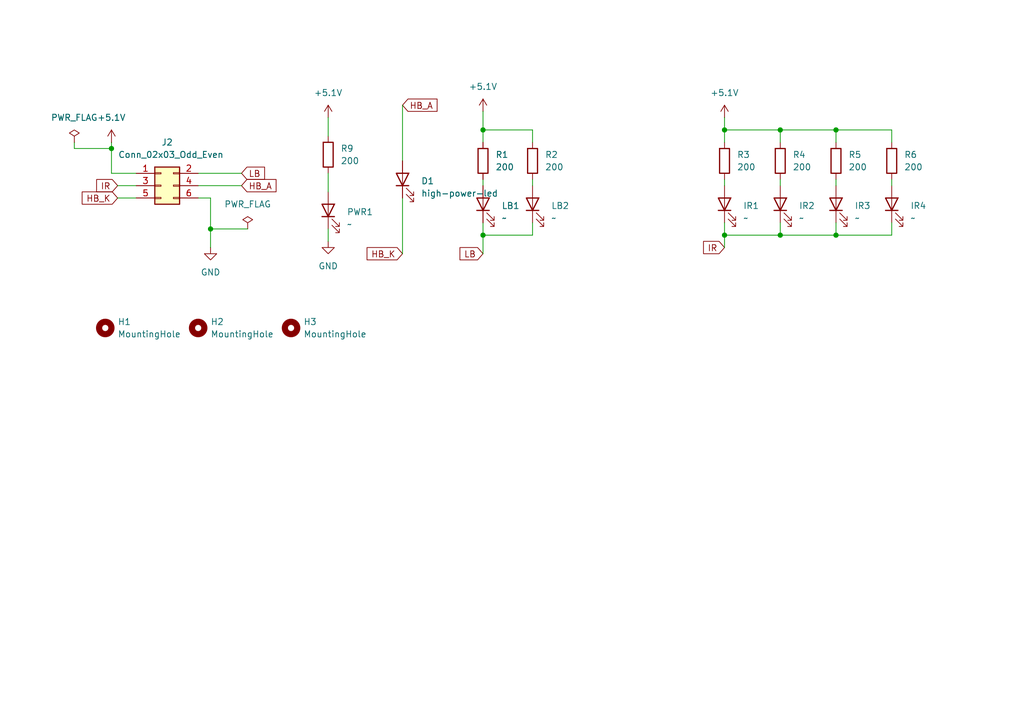
<source format=kicad_sch>
(kicad_sch (version 20250114) (generator "eeschema") (generator_version "9.0")
  (paper "A5")
  (title_block (title "headlight_upper_side") (rev "00"))
  (lib_symbols
    (symbol "Connector_Generic:Conn_02x03_Odd_Even" (pin_names (offset 1.016) (hide yes))
      (property "Reference" "J" (at 1.27 5.08 0))
      (property "Value" "Conn_02x03_Odd_Even" (at 1.27 -5.08 0))
      (symbol "Conn_02x03_Odd_Even_1_1"
        (rectangle (start -1.27 3.81) (end 3.81 -3.81) (stroke (width 0.254)) (fill (type background)))
        (rectangle (start -1.27 2.667) (end 0 2.413) (stroke (width 0.1524)))
        (rectangle (start -1.27 0.127) (end 0 -0.127) (stroke (width 0.1524)))
        (rectangle (start -1.27 -2.413) (end 0 -2.667) (stroke (width 0.1524)))
        (rectangle (start 3.81 2.667) (end 2.54 2.413) (stroke (width 0.1524)))
        (rectangle (start 3.81 0.127) (end 2.54 -0.127) (stroke (width 0.1524)))
        (rectangle (start 3.81 -2.413) (end 2.54 -2.667) (stroke (width 0.1524)))
        (pin passive line (at -5.08 2.54 0) (length 3.81) (name "Pin_1") (number "1"))
        (pin passive line (at -5.08 0 0) (length 3.81) (name "Pin_3") (number "3"))
        (pin passive line (at -5.08 -2.54 0) (length 3.81) (name "Pin_5") (number "5"))
        (pin passive line (at 7.62 2.54 180) (length 3.81) (name "Pin_2") (number "2"))
        (pin passive line (at 7.62 0 180) (length 3.81) (name "Pin_4") (number "4"))
        (pin passive line (at 7.62 -2.54 180) (length 3.81) (name "Pin_6") (number "6"))
      )
    )
    (symbol "Device:LED" (pin_numbers (hide yes)) (pin_names (offset 1.016) (hide yes))
      (property "Reference" "D" (at 0 2.54 0))
      (property "Value" "LED" (at 0 -2.54 0))
      (symbol "LED_0_1"
        (polyline (pts (xy -3.048 -0.762) (xy -4.572 -2.286) (xy -3.81 -2.286) (xy -4.572 -2.286) (xy -4.572 -1.524)))
        (polyline (pts (xy -1.778 -0.762) (xy -3.302 -2.286) (xy -2.54 -2.286) (xy -3.302 -2.286) (xy -3.302 -1.524)))
        (polyline (pts (xy -1.27 0) (xy 1.27 0)))
        (polyline (pts (xy -1.27 -1.27) (xy -1.27 1.27)) (stroke (width 0.254)))
        (polyline (pts (xy 1.27 -1.27) (xy 1.27 1.27) (xy -1.27 0) (xy 1.27 -1.27)) (stroke (width 0.254)))
      )
      (symbol "LED_1_1"
        (pin passive line (at -3.81 0 0) (length 2.54) (name "K") (number "1"))
        (pin passive line (at 3.81 0 180) (length 2.54) (name "A") (number "2"))
      )
    )
    (symbol "Device:R" (pin_numbers (hide yes)) (pin_names (offset 0))
      (property "Reference" "R" (at 2.032 0 90))
      (property "Value" "R" (at 0 0 90))
      (symbol "R_0_1"
        (rectangle (start -1.016 -2.54) (end 1.016 2.54) (stroke (width 0.254)))
      )
      (symbol "R_1_1"
        (pin passive line (at 0 3.81 270) (length 1.27) (name "~") (number "1"))
        (pin passive line (at 0 -3.81 90) (length 1.27) (name "~") (number "2"))
      )
    )
    (symbol "Mechanical:MountingHole" (pin_names (offset 1.016)) (exclude_from_sim yes) (in_bom no)
      (property "Reference" "H" (at 0 5.08 0))
      (property "Value" "MountingHole" (at 0 3.175 0))
      (symbol "MountingHole_0_1"
        (circle (center 0 0) (radius 1.27) (stroke (width 1.27)))
      )
    )
    (symbol "power:+5V" (power) (pin_numbers (hide yes)) (pin_names (offset 0) (hide yes))
      (property "Value" "+5V" (at 0 3.556 0))
      (symbol "+5V_0_1"
        (polyline (pts (xy -0.762 1.27) (xy 0 2.54)))
        (polyline (pts (xy 0 2.54) (xy 0.762 1.27)))
        (polyline (pts (xy 0 0) (xy 0 2.54)))
      )
      (symbol "+5V_1_1"
        (pin power_in line (at 0 0 90) (length 0) (name "~") (number "1"))
      )
    )
    (symbol "power:GND" (power) (pin_numbers (hide yes)) (pin_names (offset 0) (hide yes))
      (property "Value" "GND" (at 0 -3.81 0))
      (symbol "GND_0_1"
        (polyline (pts (xy 0 0) (xy 0 -1.27) (xy 1.27 -1.27) (xy 0 -2.54) (xy -1.27 -1.27) (xy 0 -1.27)))
      )
      (symbol "GND_1_1"
        (pin power_in line (at 0 0 270) (length 0) (name "~") (number "1"))
      )
    )
    (symbol "power:PWR_FLAG" (power) (pin_numbers (hide yes)) (pin_names (offset 0) (hide yes))
      (property "Value" "PWR_FLAG" (at 0 3.81 0))
      (symbol "PWR_FLAG_0_0"
        (pin power_out line (at 0 0 90) (length 0) (name "~") (number "1"))
      )
      (symbol "PWR_FLAG_0_1"
        (polyline (pts (xy 0 0) (xy 0 1.27) (xy -1.016 1.905) (xy 0 2.54) (xy 1.016 1.905) (xy 0 1.27)))
      )
    )
  )
  (junction (at 148.59 48.26))
  (junction (at 160.02 48.26))
  (junction (at 43.18 46.99))
  (junction (at 171.45 48.26))
  (junction (at 171.45 26.67))
  (junction (at 148.59 26.67))
  (junction (at 160.02 26.67))
  (junction (at 99.06 48.26))
  (junction (at 99.06 26.67))
  (junction (at 22.86 30.48))
  (wire (pts (xy 15.24 30.48) (xy 22.86 30.48)))
  (wire (pts (xy 22.86 29.21) (xy 22.86 30.48)))
  (wire (pts (xy 43.18 46.99) (xy 43.18 40.64)))
  (wire (pts (xy 40.64 35.56) (xy 49.53 35.56)))
  (wire (pts (xy 171.45 26.67) (xy 182.88 26.67)))
  (wire (pts (xy 40.64 38.1) (xy 49.53 38.1)))
  (wire (pts (xy 82.55 21.59) (xy 82.55 33.02)))
  (wire (pts (xy 99.06 38.1) (xy 99.06 36.83)))
  (wire (pts (xy 171.45 26.67) (xy 171.45 29.21)))
  (wire (pts (xy 160.02 26.67) (xy 171.45 26.67)))
  (wire (pts (xy 50.8 46.99) (xy 43.18 46.99)))
  (wire (pts (xy 99.06 48.26) (xy 99.06 45.72)))
  (wire (pts (xy 182.88 26.67) (xy 182.88 29.21)))
  (wire (pts (xy 99.06 48.26) (xy 109.22 48.26)))
  (wire (pts (xy 109.22 38.1) (xy 109.22 36.83)))
  (wire (pts (xy 160.02 38.1) (xy 160.02 36.83)))
  (wire (pts (xy 148.59 45.72) (xy 148.59 48.26)))
  (wire (pts (xy 82.55 52.07) (xy 82.55 40.64)))
  (wire (pts (xy 171.45 48.26) (xy 182.88 48.26)))
  (wire (pts (xy 160.02 26.67) (xy 160.02 29.21)))
  (wire (pts (xy 182.88 38.1) (xy 182.88 36.83)))
  (wire (pts (xy 24.13 40.64) (xy 27.94 40.64)))
  (wire (pts (xy 160.02 48.26) (xy 171.45 48.26)))
  (wire (pts (xy 171.45 45.72) (xy 171.45 48.26)))
  (wire (pts (xy 24.13 38.1) (xy 27.94 38.1)))
  (wire (pts (xy 182.88 48.26) (xy 182.88 45.72)))
  (wire (pts (xy 99.06 26.67) (xy 99.06 29.21)))
  (wire (pts (xy 22.86 30.48) (xy 22.86 35.56)))
  (wire (pts (xy 43.18 46.99) (xy 43.18 50.8)))
  (wire (pts (xy 99.06 52.07) (xy 99.06 48.26)))
  (wire (pts (xy 148.59 38.1) (xy 148.59 36.83)))
  (wire (pts (xy 67.31 39.37) (xy 67.31 35.56)))
  (wire (pts (xy 99.06 26.67) (xy 109.22 26.67)))
  (wire (pts (xy 148.59 26.67) (xy 160.02 26.67)))
  (wire (pts (xy 148.59 48.26) (xy 160.02 48.26)))
  (wire (pts (xy 22.86 35.56) (xy 27.94 35.56)))
  (wire (pts (xy 171.45 38.1) (xy 171.45 36.83)))
  (wire (pts (xy 109.22 26.67) (xy 109.22 29.21)))
  (wire (pts (xy 160.02 45.72) (xy 160.02 48.26)))
  (wire (pts (xy 99.06 22.86) (xy 99.06 26.67)))
  (wire (pts (xy 109.22 45.72) (xy 109.22 48.26)))
  (wire (pts (xy 148.59 24.13) (xy 148.59 26.67)))
  (wire (pts (xy 43.18 40.64) (xy 40.64 40.64)))
  (wire (pts (xy 15.24 29.21) (xy 15.24 30.48)))
  (wire (pts (xy 67.31 46.99) (xy 67.31 49.53)))
  (wire (pts (xy 148.59 48.26) (xy 148.59 50.8)))
  (wire (pts (xy 67.31 27.94) (xy 67.31 24.13)))
  (wire (pts (xy 148.59 26.67) (xy 148.59 29.21)))
  (global_label "LB" (shape input) (at 49.53 35.56 0) (property "Intersheetrefs" "${INTERSHEET_REFS}" (effects (hide yes))))
  (global_label "HB_A" (shape input) (at 82.55 21.59 0) (property "Intersheetrefs" "${INTERSHEET_REFS}" (effects (hide yes))))
  (global_label "IR" (shape input) (at 148.59 50.8 180) (property "Intersheetrefs" "${INTERSHEET_REFS}" (effects (hide yes))))
  (global_label "HB_K" (shape input) (at 82.55 52.07 180) (property "Intersheetrefs" "${INTERSHEET_REFS}" (effects (hide yes))))
  (global_label "HB_A" (shape input) (at 49.53 38.1 0) (property "Intersheetrefs" "${INTERSHEET_REFS}" (effects (hide yes))))
  (global_label "HB_K" (shape input) (at 24.13 40.64 180) (property "Intersheetrefs" "${INTERSHEET_REFS}" (effects (hide yes))))
  (global_label "LB" (shape input) (at 99.06 52.07 180) (property "Intersheetrefs" "${INTERSHEET_REFS}" (effects (hide yes))))
  (global_label "IR" (shape input) (at 24.13 38.1 180) (property "Intersheetrefs" "${INTERSHEET_REFS}" (effects (hide yes))))
  (symbol (lib_id "power:GND") (at 67.31 49.53 0) (unit 1)
    (property "Reference" "#PWR05" (effects (hide yes)))
    (property "Value" "GND" (at 67.31 54.61 0))
    (property "Description" "Power symbol creates a global label with name \"GND\" , ground" (effects (hide yes)))
  )
  (symbol (lib_id "Device:LED") (at 148.59 41.91 90) (unit 1)
    (property "Reference" "IR1" (at 152.4 42.2274 90) (effects (justify right)))
    (property "Value" "~" (at 152.4 44.7674 90) (effects (justify right)))
    (property "Footprint" "LED_THT:LED_D5.0mm" (effects (hide yes)))
    (property "Description" "Light emitting diode" (effects (hide yes)))
    (property "Sim.Pins" "1=K 2=A" (effects (hide yes)))
  )
  (symbol (lib_id "Device:LED") (at 171.45 41.91 90) (unit 1)
    (property "Reference" "IR3" (at 175.26 42.2274 90) (effects (justify right)))
    (property "Value" "~" (at 175.26 44.7674 90) (effects (justify right)))
    (property "Footprint" "LED_THT:LED_D5.0mm" (effects (hide yes)))
    (property "Description" "Light emitting diode" (effects (hide yes)))
    (property "Sim.Pins" "1=K 2=A" (effects (hide yes)))
  )
  (symbol (lib_id "Device:R") (at 160.02 33.02 0) (unit 1)
    (property "Reference" "R4" (at 162.56 31.7499 0) (effects (justify left)))
    (property "Value" "200" (at 162.56 34.2899 0) (effects (justify left)))
    (property "Footprint" "Resistor_THT:R_Axial_DIN0207_L6.3mm_D2.5mm_P10.16mm_Horizontal" (effects (hide yes)))
    (property "Description" "Resistor" (effects (hide yes)))
  )
  (symbol (lib_id "power:GND") (at 43.18 50.8 0) (unit 1)
    (property "Reference" "#PWR04" (effects (hide yes)))
    (property "Value" "GND" (at 43.18 55.88 0))
    (property "Description" "Power symbol creates a global label with name \"GND\" , ground" (effects (hide yes)))
  )
  (symbol (lib_id "Connector_Generic:Conn_02x03_Odd_Even") (at 33.02 38.1 0) (unit 1)
    (property "Reference" "J2" (at 34.29 29.21 0))
    (property "Value" "Conn_02x03_Odd_Even" (at 35.052 31.75 0))
    (property "Footprint" "Connector_PinSocket_2.54mm:PinSocket_2x03_P2.54mm_Vertical" (effects (hide yes)))
    (property "Description" "Generic connector, double row, 02x03, odd/even pin numbering scheme (row 1 odd numbers, row 2 even numbers), script generated (kicad-library-utils/schlib/autogen/connector/)" (effects (hide yes)))
  )
  (symbol (lib_id "Device:R") (at 109.22 33.02 0) (unit 1)
    (property "Reference" "R2" (at 111.76 31.7499 0) (effects (justify left)))
    (property "Value" "200" (at 111.76 34.2899 0) (effects (justify left)))
    (property "Footprint" "Resistor_THT:R_Axial_DIN0207_L6.3mm_D2.5mm_P10.16mm_Horizontal" (effects (hide yes)))
    (property "Description" "Resistor" (effects (hide yes)))
  )
  (symbol (lib_id "Device:R") (at 99.06 33.02 0) (unit 1)
    (property "Reference" "R1" (at 101.6 31.7499 0) (effects (justify left)))
    (property "Value" "200" (at 101.6 34.2899 0) (effects (justify left)))
    (property "Footprint" "Resistor_THT:R_Axial_DIN0207_L6.3mm_D2.5mm_P10.16mm_Horizontal" (effects (hide yes)))
    (property "Description" "Resistor" (effects (hide yes)))
  )
  (symbol (lib_id "power:PWR_FLAG") (at 50.8 46.99 0) (unit 1)
    (property "Reference" "#FLG02" (effects (hide yes)))
    (property "Value" "PWR_FLAG" (at 50.8 41.91 0))
    (property "Description" "Special symbol for telling ERC where power comes from" (effects (hide yes)))
  )
  (symbol (lib_id "Device:LED") (at 67.31 43.18 90) (unit 1)
    (property "Reference" "PWR1" (at 71.12 43.4974 90) (effects (justify right)))
    (property "Value" "~" (at 71.12 46.0374 90) (effects (justify right)))
    (property "Footprint" "LED_THT:LED_D5.0mm" (effects (hide yes)))
    (property "Description" "Light emitting diode" (effects (hide yes)))
    (property "Sim.Pins" "1=K 2=A" (effects (hide yes)))
  )
  (symbol (lib_id "Mechanical:MountingHole") (at 59.69 67.31 0) (unit 1) (exclude_from_sim yes) (in_bom no)
    (property "Reference" "H3" (at 62.23 66.0399 0) (effects (justify left)))
    (property "Value" "MountingHole" (at 62.23 68.5799 0) (effects (justify left)))
    (property "Footprint" "MountingHole:MountingHole_3.2mm_M3" (effects (hide yes)))
    (property "Description" "Mounting Hole without connection" (effects (hide yes)))
  )
  (symbol (lib_id "Device:LED") (at 82.55 36.83 90) (unit 1)
    (property "Reference" "D1" (at 86.36 37.1474 90) (effects (justify right)))
    (property "Value" "high-power-led" (at 86.36 39.6874 90) (effects (justify right)))
    (property "Footprint" "high-power-led:power led" (effects (hide yes)))
    (property "Description" "Light emitting diode" (effects (hide yes)))
    (property "Sim.Pins" "1=K 2=A" (effects (hide yes)))
  )
  (symbol (lib_id "Device:LED") (at 182.88 41.91 90) (unit 1)
    (property "Reference" "IR4" (at 186.69 42.2274 90) (effects (justify right)))
    (property "Value" "~" (at 186.69 44.7674 90) (effects (justify right)))
    (property "Footprint" "LED_THT:LED_D5.0mm" (effects (hide yes)))
    (property "Description" "Light emitting diode" (effects (hide yes)))
    (property "Sim.Pins" "1=K 2=A" (effects (hide yes)))
  )
  (symbol (lib_id "Device:R") (at 171.45 33.02 0) (unit 1)
    (property "Reference" "R5" (at 173.99 31.7499 0) (effects (justify left)))
    (property "Value" "200" (at 173.99 34.2899 0) (effects (justify left)))
    (property "Footprint" "Resistor_THT:R_Axial_DIN0207_L6.3mm_D2.5mm_P10.16mm_Horizontal" (effects (hide yes)))
    (property "Description" "Resistor" (effects (hide yes)))
  )
  (symbol (lib_id "Mechanical:MountingHole") (at 40.64 67.31 0) (unit 1) (exclude_from_sim yes) (in_bom no)
    (property "Reference" "H2" (at 43.18 66.0399 0) (effects (justify left)))
    (property "Value" "MountingHole" (at 43.18 68.5799 0) (effects (justify left)))
    (property "Footprint" "MountingHole:MountingHole_3.2mm_M3" (effects (hide yes)))
    (property "Description" "Mounting Hole without connection" (effects (hide yes)))
  )
  (symbol (lib_id "Device:LED") (at 160.02 41.91 90) (unit 1)
    (property "Reference" "IR2" (at 163.83 42.2274 90) (effects (justify right)))
    (property "Value" "~" (at 163.83 44.7674 90) (effects (justify right)))
    (property "Footprint" "LED_THT:LED_D5.0mm" (effects (hide yes)))
    (property "Description" "Light emitting diode" (effects (hide yes)))
    (property "Sim.Pins" "1=K 2=A" (effects (hide yes)))
  )
  (symbol (lib_id "Mechanical:MountingHole") (at 21.59 67.31 0) (unit 1) (exclude_from_sim yes) (in_bom no)
    (property "Reference" "H1" (at 24.13 66.0399 0) (effects (justify left)))
    (property "Value" "MountingHole" (at 24.13 68.5799 0) (effects (justify left)))
    (property "Footprint" "MountingHole:MountingHole_3.2mm_M3" (effects (hide yes)))
    (property "Description" "Mounting Hole without connection" (effects (hide yes)))
  )
  (symbol (lib_id "Device:R") (at 182.88 33.02 0) (unit 1)
    (property "Reference" "R6" (at 185.42 31.7499 0) (effects (justify left)))
    (property "Value" "200" (at 185.42 34.2899 0) (effects (justify left)))
    (property "Footprint" "Resistor_THT:R_Axial_DIN0207_L6.3mm_D2.5mm_P10.16mm_Horizontal" (effects (hide yes)))
    (property "Description" "Resistor" (effects (hide yes)))
  )
  (symbol (lib_id "power:+5V") (at 22.86 29.21 0) (unit 1)
    (property "Reference" "#PWR072" (effects (hide yes)))
    (property "Value" "+5.1V" (at 22.86 24.13 0))
    (property "Description" "Power symbol creates a global label with name \"+5V\"" (effects (hide yes)))
  )
  (symbol (lib_id "power:+5V") (at 99.06 22.86 0) (unit 1)
    (property "Reference" "#PWR073" (effects (hide yes)))
    (property "Value" "+5.1V" (at 99.06 17.78 0))
    (property "Description" "Power symbol creates a global label with name \"+5V\"" (effects (hide yes)))
  )
  (symbol (lib_id "power:+5V") (at 67.31 24.13 0) (unit 1)
    (property "Reference" "#PWR075" (effects (hide yes)))
    (property "Value" "+5.1V" (at 67.31 19.05 0))
    (property "Description" "Power symbol creates a global label with name \"+5V\"" (effects (hide yes)))
  )
  (symbol (lib_id "Device:LED") (at 99.06 41.91 90) (unit 1)
    (property "Reference" "LB1" (at 102.87 42.2274 90) (effects (justify right)))
    (property "Value" "~" (at 102.87 44.7674 90) (effects (justify right)))
    (property "Footprint" "LED_THT:LED_D5.0mm" (effects (hide yes)))
    (property "Description" "Light emitting diode" (effects (hide yes)))
    (property "Sim.Pins" "1=K 2=A" (effects (hide yes)))
  )
  (symbol (lib_id "power:+5V") (at 148.59 24.13 0) (unit 1)
    (property "Reference" "#PWR074" (effects (hide yes)))
    (property "Value" "+5.1V" (at 148.59 19.05 0))
    (property "Description" "Power symbol creates a global label with name \"+5V\"" (effects (hide yes)))
  )
  (symbol (lib_id "Device:R") (at 67.31 31.75 0) (unit 1)
    (property "Reference" "R9" (at 69.85 30.4799 0) (effects (justify left)))
    (property "Value" "200" (at 69.85 33.0199 0) (effects (justify left)))
    (property "Footprint" "Resistor_THT:R_Axial_DIN0207_L6.3mm_D2.5mm_P10.16mm_Horizontal" (effects (hide yes)))
    (property "Description" "Resistor" (effects (hide yes)))
  )
  (symbol (lib_id "power:PWR_FLAG") (at 15.24 29.21 0) (unit 1)
    (property "Reference" "#FLG01" (effects (hide yes)))
    (property "Value" "PWR_FLAG" (at 15.24 24.13 0))
    (property "Description" "Special symbol for telling ERC where power comes from" (effects (hide yes)))
  )
  (symbol (lib_id "Device:LED") (at 109.22 41.91 90) (unit 1)
    (property "Reference" "LB2" (at 113.03 42.2274 90) (effects (justify right)))
    (property "Value" "~" (at 113.03 44.7674 90) (effects (justify right)))
    (property "Footprint" "LED_THT:LED_D5.0mm" (effects (hide yes)))
    (property "Description" "Light emitting diode" (effects (hide yes)))
    (property "Sim.Pins" "1=K 2=A" (effects (hide yes)))
  )
  (symbol (lib_id "Device:R") (at 148.59 33.02 0) (unit 1)
    (property "Reference" "R3" (at 151.13 31.7499 0) (effects (justify left)))
    (property "Value" "200" (at 151.13 34.2899 0) (effects (justify left)))
    (property "Footprint" "Resistor_THT:R_Axial_DIN0207_L6.3mm_D2.5mm_P10.16mm_Horizontal" (effects (hide yes)))
    (property "Description" "Resistor" (effects (hide yes)))
  )
)
</source>
